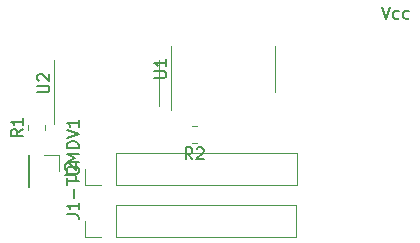
<source format=gbr>
%TF.GenerationSoftware,KiCad,Pcbnew,7.0.8*%
%TF.CreationDate,2024-02-04T18:47:10+02:00*%
%TF.ProjectId,QL_MDV_Control,514c5f4d-4456-45f4-936f-6e74726f6c2e,rev?*%
%TF.SameCoordinates,PX62a23e8PY5bc46e8*%
%TF.FileFunction,Legend,Top*%
%TF.FilePolarity,Positive*%
%FSLAX46Y46*%
G04 Gerber Fmt 4.6, Leading zero omitted, Abs format (unit mm)*
G04 Created by KiCad (PCBNEW 7.0.8) date 2024-02-04 18:47:10*
%MOMM*%
%LPD*%
G01*
G04 APERTURE LIST*
%ADD10C,0.150000*%
%ADD11C,0.120000*%
G04 APERTURE END LIST*
D10*
X31593922Y-69819D02*
X31927255Y-1069819D01*
X31927255Y-1069819D02*
X32260588Y-69819D01*
X33022493Y-1022200D02*
X32927255Y-1069819D01*
X32927255Y-1069819D02*
X32736779Y-1069819D01*
X32736779Y-1069819D02*
X32641541Y-1022200D01*
X32641541Y-1022200D02*
X32593922Y-974580D01*
X32593922Y-974580D02*
X32546303Y-879342D01*
X32546303Y-879342D02*
X32546303Y-593628D01*
X32546303Y-593628D02*
X32593922Y-498390D01*
X32593922Y-498390D02*
X32641541Y-450771D01*
X32641541Y-450771D02*
X32736779Y-403152D01*
X32736779Y-403152D02*
X32927255Y-403152D01*
X32927255Y-403152D02*
X33022493Y-450771D01*
X33879636Y-1022200D02*
X33784398Y-1069819D01*
X33784398Y-1069819D02*
X33593922Y-1069819D01*
X33593922Y-1069819D02*
X33498684Y-1022200D01*
X33498684Y-1022200D02*
X33451065Y-974580D01*
X33451065Y-974580D02*
X33403446Y-879342D01*
X33403446Y-879342D02*
X33403446Y-593628D01*
X33403446Y-593628D02*
X33451065Y-498390D01*
X33451065Y-498390D02*
X33498684Y-450771D01*
X33498684Y-450771D02*
X33593922Y-403152D01*
X33593922Y-403152D02*
X33784398Y-403152D01*
X33784398Y-403152D02*
X33879636Y-450771D01*
X1182319Y-10441666D02*
X706128Y-10774999D01*
X1182319Y-11013094D02*
X182319Y-11013094D01*
X182319Y-11013094D02*
X182319Y-10632142D01*
X182319Y-10632142D02*
X229938Y-10536904D01*
X229938Y-10536904D02*
X277557Y-10489285D01*
X277557Y-10489285D02*
X372795Y-10441666D01*
X372795Y-10441666D02*
X515652Y-10441666D01*
X515652Y-10441666D02*
X610890Y-10489285D01*
X610890Y-10489285D02*
X658509Y-10536904D01*
X658509Y-10536904D02*
X706128Y-10632142D01*
X706128Y-10632142D02*
X706128Y-11013094D01*
X1182319Y-9489285D02*
X1182319Y-10060713D01*
X1182319Y-9774999D02*
X182319Y-9774999D01*
X182319Y-9774999D02*
X325176Y-9870237D01*
X325176Y-9870237D02*
X420414Y-9965475D01*
X420414Y-9965475D02*
X468033Y-10060713D01*
X2427319Y-7299404D02*
X3236842Y-7299404D01*
X3236842Y-7299404D02*
X3332080Y-7251785D01*
X3332080Y-7251785D02*
X3379700Y-7204166D01*
X3379700Y-7204166D02*
X3427319Y-7108928D01*
X3427319Y-7108928D02*
X3427319Y-6918452D01*
X3427319Y-6918452D02*
X3379700Y-6823214D01*
X3379700Y-6823214D02*
X3332080Y-6775595D01*
X3332080Y-6775595D02*
X3236842Y-6727976D01*
X3236842Y-6727976D02*
X2427319Y-6727976D01*
X2522557Y-6299404D02*
X2474938Y-6251785D01*
X2474938Y-6251785D02*
X2427319Y-6156547D01*
X2427319Y-6156547D02*
X2427319Y-5918452D01*
X2427319Y-5918452D02*
X2474938Y-5823214D01*
X2474938Y-5823214D02*
X2522557Y-5775595D01*
X2522557Y-5775595D02*
X2617795Y-5727976D01*
X2617795Y-5727976D02*
X2713033Y-5727976D01*
X2713033Y-5727976D02*
X2855890Y-5775595D01*
X2855890Y-5775595D02*
X3427319Y-6347023D01*
X3427319Y-6347023D02*
X3427319Y-5727976D01*
X4734819Y-14283333D02*
X5449104Y-14283333D01*
X5449104Y-14283333D02*
X5591961Y-14330952D01*
X5591961Y-14330952D02*
X5687200Y-14426190D01*
X5687200Y-14426190D02*
X5734819Y-14569047D01*
X5734819Y-14569047D02*
X5734819Y-14664285D01*
X4830057Y-13854761D02*
X4782438Y-13807142D01*
X4782438Y-13807142D02*
X4734819Y-13711904D01*
X4734819Y-13711904D02*
X4734819Y-13473809D01*
X4734819Y-13473809D02*
X4782438Y-13378571D01*
X4782438Y-13378571D02*
X4830057Y-13330952D01*
X4830057Y-13330952D02*
X4925295Y-13283333D01*
X4925295Y-13283333D02*
X5020533Y-13283333D01*
X5020533Y-13283333D02*
X5163390Y-13330952D01*
X5163390Y-13330952D02*
X5734819Y-13902380D01*
X5734819Y-13902380D02*
X5734819Y-13283333D01*
X15548333Y-12967319D02*
X15215000Y-12491128D01*
X14976905Y-12967319D02*
X14976905Y-11967319D01*
X14976905Y-11967319D02*
X15357857Y-11967319D01*
X15357857Y-11967319D02*
X15453095Y-12014938D01*
X15453095Y-12014938D02*
X15500714Y-12062557D01*
X15500714Y-12062557D02*
X15548333Y-12157795D01*
X15548333Y-12157795D02*
X15548333Y-12300652D01*
X15548333Y-12300652D02*
X15500714Y-12395890D01*
X15500714Y-12395890D02*
X15453095Y-12443509D01*
X15453095Y-12443509D02*
X15357857Y-12491128D01*
X15357857Y-12491128D02*
X14976905Y-12491128D01*
X15929286Y-12062557D02*
X15976905Y-12014938D01*
X15976905Y-12014938D02*
X16072143Y-11967319D01*
X16072143Y-11967319D02*
X16310238Y-11967319D01*
X16310238Y-11967319D02*
X16405476Y-12014938D01*
X16405476Y-12014938D02*
X16453095Y-12062557D01*
X16453095Y-12062557D02*
X16500714Y-12157795D01*
X16500714Y-12157795D02*
X16500714Y-12253033D01*
X16500714Y-12253033D02*
X16453095Y-12395890D01*
X16453095Y-12395890D02*
X15881667Y-12967319D01*
X15881667Y-12967319D02*
X16500714Y-12967319D01*
X12322319Y-6074404D02*
X13131842Y-6074404D01*
X13131842Y-6074404D02*
X13227080Y-6026785D01*
X13227080Y-6026785D02*
X13274700Y-5979166D01*
X13274700Y-5979166D02*
X13322319Y-5883928D01*
X13322319Y-5883928D02*
X13322319Y-5693452D01*
X13322319Y-5693452D02*
X13274700Y-5598214D01*
X13274700Y-5598214D02*
X13227080Y-5550595D01*
X13227080Y-5550595D02*
X13131842Y-5502976D01*
X13131842Y-5502976D02*
X12322319Y-5502976D01*
X13322319Y-4502976D02*
X13322319Y-5074404D01*
X13322319Y-4788690D02*
X12322319Y-4788690D01*
X12322319Y-4788690D02*
X12465176Y-4883928D01*
X12465176Y-4883928D02*
X12560414Y-4979166D01*
X12560414Y-4979166D02*
X12608033Y-5074404D01*
X4919819Y-17633333D02*
X5634104Y-17633333D01*
X5634104Y-17633333D02*
X5776961Y-17680952D01*
X5776961Y-17680952D02*
X5872200Y-17776190D01*
X5872200Y-17776190D02*
X5919819Y-17919047D01*
X5919819Y-17919047D02*
X5919819Y-18014285D01*
X5919819Y-16633333D02*
X5919819Y-17204761D01*
X5919819Y-16919047D02*
X4919819Y-16919047D01*
X4919819Y-16919047D02*
X5062676Y-17014285D01*
X5062676Y-17014285D02*
X5157914Y-17109523D01*
X5157914Y-17109523D02*
X5205533Y-17204761D01*
X5538866Y-16204761D02*
X5538866Y-15442857D01*
X4919819Y-15109523D02*
X4919819Y-14538095D01*
X5919819Y-14823809D02*
X4919819Y-14823809D01*
X4919819Y-14014285D02*
X4919819Y-13823809D01*
X4919819Y-13823809D02*
X4967438Y-13728571D01*
X4967438Y-13728571D02*
X5062676Y-13633333D01*
X5062676Y-13633333D02*
X5253152Y-13585714D01*
X5253152Y-13585714D02*
X5586485Y-13585714D01*
X5586485Y-13585714D02*
X5776961Y-13633333D01*
X5776961Y-13633333D02*
X5872200Y-13728571D01*
X5872200Y-13728571D02*
X5919819Y-13823809D01*
X5919819Y-13823809D02*
X5919819Y-14014285D01*
X5919819Y-14014285D02*
X5872200Y-14109523D01*
X5872200Y-14109523D02*
X5776961Y-14204761D01*
X5776961Y-14204761D02*
X5586485Y-14252380D01*
X5586485Y-14252380D02*
X5253152Y-14252380D01*
X5253152Y-14252380D02*
X5062676Y-14204761D01*
X5062676Y-14204761D02*
X4967438Y-14109523D01*
X4967438Y-14109523D02*
X4919819Y-14014285D01*
X5919819Y-13157142D02*
X4919819Y-13157142D01*
X4919819Y-13157142D02*
X5634104Y-12823809D01*
X5634104Y-12823809D02*
X4919819Y-12490476D01*
X4919819Y-12490476D02*
X5919819Y-12490476D01*
X5919819Y-12014285D02*
X4919819Y-12014285D01*
X4919819Y-12014285D02*
X4919819Y-11776190D01*
X4919819Y-11776190D02*
X4967438Y-11633333D01*
X4967438Y-11633333D02*
X5062676Y-11538095D01*
X5062676Y-11538095D02*
X5157914Y-11490476D01*
X5157914Y-11490476D02*
X5348390Y-11442857D01*
X5348390Y-11442857D02*
X5491247Y-11442857D01*
X5491247Y-11442857D02*
X5681723Y-11490476D01*
X5681723Y-11490476D02*
X5776961Y-11538095D01*
X5776961Y-11538095D02*
X5872200Y-11633333D01*
X5872200Y-11633333D02*
X5919819Y-11776190D01*
X5919819Y-11776190D02*
X5919819Y-12014285D01*
X4919819Y-11157142D02*
X5919819Y-10823809D01*
X5919819Y-10823809D02*
X4919819Y-10490476D01*
X5919819Y-9633333D02*
X5919819Y-10204761D01*
X5919819Y-9919047D02*
X4919819Y-9919047D01*
X4919819Y-9919047D02*
X5062676Y-10014285D01*
X5062676Y-10014285D02*
X5157914Y-10109523D01*
X5157914Y-10109523D02*
X5205533Y-10204761D01*
D11*
%TO.C,R1*%
X1642500Y-10502064D02*
X1642500Y-10047936D01*
X3112500Y-10502064D02*
X3112500Y-10047936D01*
%TO.C,U2*%
X3817500Y-6537500D02*
X3817500Y-9987500D01*
X3817500Y-6537500D02*
X3817500Y-4587500D01*
X12687500Y-6537500D02*
X12687500Y-8487500D01*
X12687500Y-6537500D02*
X12687500Y-4587500D01*
%TO.C,J2*%
X4280000Y-12620000D02*
X4280000Y-13950000D01*
X2950000Y-12620000D02*
X4280000Y-12620000D01*
X1680000Y-12620000D02*
X1620000Y-12620000D01*
X1680000Y-12620000D02*
X1680000Y-15280000D01*
X1620000Y-12620000D02*
X1620000Y-15280000D01*
X1680000Y-15280000D02*
X1620000Y-15280000D01*
%TO.C,R2*%
X15942064Y-11597500D02*
X15487936Y-11597500D01*
X15942064Y-10127500D02*
X15487936Y-10127500D01*
%TO.C,U1*%
X13712500Y-5312500D02*
X13712500Y-8762500D01*
X13712500Y-5312500D02*
X13712500Y-3362500D01*
X22582500Y-5312500D02*
X22582500Y-7262500D01*
X22582500Y-5312500D02*
X22582500Y-3362500D01*
%TO.C,J2-TOQL1*%
X6460000Y-19505000D02*
X6460000Y-18175000D01*
X7790000Y-19505000D02*
X6460000Y-19505000D01*
X9060000Y-19505000D02*
X24360000Y-19505000D01*
X9060000Y-19505000D02*
X9060000Y-16845000D01*
X24360000Y-19505000D02*
X24360000Y-16845000D01*
X9060000Y-16845000D02*
X24360000Y-16845000D01*
%TO.C,J1-TOMDV1*%
X6465000Y-15130000D02*
X6465000Y-13800000D01*
X7795000Y-15130000D02*
X6465000Y-15130000D01*
X9065000Y-15130000D02*
X24365000Y-15130000D01*
X9065000Y-15130000D02*
X9065000Y-12470000D01*
X24365000Y-15130000D02*
X24365000Y-12470000D01*
X9065000Y-12470000D02*
X24365000Y-12470000D01*
%TD*%
M02*

</source>
